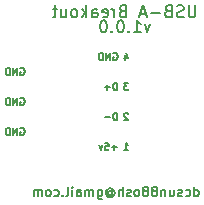
<source format=gbr>
G04 #@! TF.FileFunction,Legend,Bot*
%FSLAX46Y46*%
G04 Gerber Fmt 4.6, Leading zero omitted, Abs format (unit mm)*
G04 Created by KiCad (PCBNEW 4.0.7) date Sun May  6 21:07:47 2018*
%MOMM*%
%LPD*%
G01*
G04 APERTURE LIST*
%ADD10C,0.100000*%
%ADD11C,0.127000*%
%ADD12C,0.150000*%
%ADD13C,1.244600*%
%ADD14C,3.276600*%
%ADD15C,4.701600*%
%ADD16C,1.752600*%
%ADD17C,1.625600*%
G04 APERTURE END LIST*
D10*
D11*
X141589143Y-105452857D02*
X141132000Y-105452857D01*
X141360571Y-105681429D02*
X141360571Y-105224286D01*
X140560572Y-105081429D02*
X140846286Y-105081429D01*
X140874857Y-105367143D01*
X140846286Y-105338571D01*
X140789143Y-105310000D01*
X140646286Y-105310000D01*
X140589143Y-105338571D01*
X140560572Y-105367143D01*
X140532000Y-105424286D01*
X140532000Y-105567143D01*
X140560572Y-105624286D01*
X140589143Y-105652857D01*
X140646286Y-105681429D01*
X140789143Y-105681429D01*
X140846286Y-105652857D01*
X140874857Y-105624286D01*
X140332000Y-105281429D02*
X140189143Y-105681429D01*
X140046285Y-105281429D01*
X142163857Y-105681429D02*
X142506714Y-105681429D01*
X142335286Y-105681429D02*
X142335286Y-105081429D01*
X142392429Y-105167143D01*
X142449571Y-105224286D01*
X142506714Y-105252857D01*
X141274857Y-97490000D02*
X141332000Y-97461429D01*
X141417714Y-97461429D01*
X141503429Y-97490000D01*
X141560571Y-97547143D01*
X141589143Y-97604286D01*
X141617714Y-97718571D01*
X141617714Y-97804286D01*
X141589143Y-97918571D01*
X141560571Y-97975714D01*
X141503429Y-98032857D01*
X141417714Y-98061429D01*
X141360571Y-98061429D01*
X141274857Y-98032857D01*
X141246286Y-98004286D01*
X141246286Y-97804286D01*
X141360571Y-97804286D01*
X140989143Y-98061429D02*
X140989143Y-97461429D01*
X140646286Y-98061429D01*
X140646286Y-97461429D01*
X140360572Y-98061429D02*
X140360572Y-97461429D01*
X140217715Y-97461429D01*
X140132000Y-97490000D01*
X140074858Y-97547143D01*
X140046286Y-97604286D01*
X140017715Y-97718571D01*
X140017715Y-97804286D01*
X140046286Y-97918571D01*
X140074858Y-97975714D01*
X140132000Y-98032857D01*
X140217715Y-98061429D01*
X140360572Y-98061429D01*
X141589143Y-100601429D02*
X141589143Y-100001429D01*
X141446286Y-100001429D01*
X141360571Y-100030000D01*
X141303429Y-100087143D01*
X141274857Y-100144286D01*
X141246286Y-100258571D01*
X141246286Y-100344286D01*
X141274857Y-100458571D01*
X141303429Y-100515714D01*
X141360571Y-100572857D01*
X141446286Y-100601429D01*
X141589143Y-100601429D01*
X140989143Y-100372857D02*
X140532000Y-100372857D01*
X140760571Y-100601429D02*
X140760571Y-100144286D01*
X141589143Y-103141429D02*
X141589143Y-102541429D01*
X141446286Y-102541429D01*
X141360571Y-102570000D01*
X141303429Y-102627143D01*
X141274857Y-102684286D01*
X141246286Y-102798571D01*
X141246286Y-102884286D01*
X141274857Y-102998571D01*
X141303429Y-103055714D01*
X141360571Y-103112857D01*
X141446286Y-103141429D01*
X141589143Y-103141429D01*
X140989143Y-102912857D02*
X140532000Y-102912857D01*
X142506714Y-102598571D02*
X142478143Y-102570000D01*
X142421000Y-102541429D01*
X142278143Y-102541429D01*
X142221000Y-102570000D01*
X142192429Y-102598571D01*
X142163857Y-102655714D01*
X142163857Y-102712857D01*
X142192429Y-102798571D01*
X142535286Y-103141429D01*
X142163857Y-103141429D01*
X142535286Y-100001429D02*
X142163857Y-100001429D01*
X142363857Y-100230000D01*
X142278143Y-100230000D01*
X142221000Y-100258571D01*
X142192429Y-100287143D01*
X142163857Y-100344286D01*
X142163857Y-100487143D01*
X142192429Y-100544286D01*
X142221000Y-100572857D01*
X142278143Y-100601429D01*
X142449571Y-100601429D01*
X142506714Y-100572857D01*
X142535286Y-100544286D01*
X142221000Y-97661429D02*
X142221000Y-98061429D01*
X142363857Y-97432857D02*
X142506714Y-97861429D01*
X142135286Y-97861429D01*
X133400857Y-98760000D02*
X133458000Y-98731429D01*
X133543714Y-98731429D01*
X133629429Y-98760000D01*
X133686571Y-98817143D01*
X133715143Y-98874286D01*
X133743714Y-98988571D01*
X133743714Y-99074286D01*
X133715143Y-99188571D01*
X133686571Y-99245714D01*
X133629429Y-99302857D01*
X133543714Y-99331429D01*
X133486571Y-99331429D01*
X133400857Y-99302857D01*
X133372286Y-99274286D01*
X133372286Y-99074286D01*
X133486571Y-99074286D01*
X133115143Y-99331429D02*
X133115143Y-98731429D01*
X132772286Y-99331429D01*
X132772286Y-98731429D01*
X132486572Y-99331429D02*
X132486572Y-98731429D01*
X132343715Y-98731429D01*
X132258000Y-98760000D01*
X132200858Y-98817143D01*
X132172286Y-98874286D01*
X132143715Y-98988571D01*
X132143715Y-99074286D01*
X132172286Y-99188571D01*
X132200858Y-99245714D01*
X132258000Y-99302857D01*
X132343715Y-99331429D01*
X132486572Y-99331429D01*
X133400857Y-101300000D02*
X133458000Y-101271429D01*
X133543714Y-101271429D01*
X133629429Y-101300000D01*
X133686571Y-101357143D01*
X133715143Y-101414286D01*
X133743714Y-101528571D01*
X133743714Y-101614286D01*
X133715143Y-101728571D01*
X133686571Y-101785714D01*
X133629429Y-101842857D01*
X133543714Y-101871429D01*
X133486571Y-101871429D01*
X133400857Y-101842857D01*
X133372286Y-101814286D01*
X133372286Y-101614286D01*
X133486571Y-101614286D01*
X133115143Y-101871429D02*
X133115143Y-101271429D01*
X132772286Y-101871429D01*
X132772286Y-101271429D01*
X132486572Y-101871429D02*
X132486572Y-101271429D01*
X132343715Y-101271429D01*
X132258000Y-101300000D01*
X132200858Y-101357143D01*
X132172286Y-101414286D01*
X132143715Y-101528571D01*
X132143715Y-101614286D01*
X132172286Y-101728571D01*
X132200858Y-101785714D01*
X132258000Y-101842857D01*
X132343715Y-101871429D01*
X132486572Y-101871429D01*
X133400857Y-103840000D02*
X133458000Y-103811429D01*
X133543714Y-103811429D01*
X133629429Y-103840000D01*
X133686571Y-103897143D01*
X133715143Y-103954286D01*
X133743714Y-104068571D01*
X133743714Y-104154286D01*
X133715143Y-104268571D01*
X133686571Y-104325714D01*
X133629429Y-104382857D01*
X133543714Y-104411429D01*
X133486571Y-104411429D01*
X133400857Y-104382857D01*
X133372286Y-104354286D01*
X133372286Y-104154286D01*
X133486571Y-104154286D01*
X133115143Y-104411429D02*
X133115143Y-103811429D01*
X132772286Y-104411429D01*
X132772286Y-103811429D01*
X132486572Y-104411429D02*
X132486572Y-103811429D01*
X132343715Y-103811429D01*
X132258000Y-103840000D01*
X132200858Y-103897143D01*
X132172286Y-103954286D01*
X132143715Y-104068571D01*
X132143715Y-104154286D01*
X132172286Y-104268571D01*
X132200858Y-104325714D01*
X132258000Y-104382857D01*
X132343715Y-104411429D01*
X132486572Y-104411429D01*
D12*
X148216191Y-93432381D02*
X148216191Y-94241905D01*
X148168572Y-94337143D01*
X148120953Y-94384762D01*
X148025715Y-94432381D01*
X147835238Y-94432381D01*
X147740000Y-94384762D01*
X147692381Y-94337143D01*
X147644762Y-94241905D01*
X147644762Y-93432381D01*
X147216191Y-94384762D02*
X147073334Y-94432381D01*
X146835238Y-94432381D01*
X146740000Y-94384762D01*
X146692381Y-94337143D01*
X146644762Y-94241905D01*
X146644762Y-94146667D01*
X146692381Y-94051429D01*
X146740000Y-94003810D01*
X146835238Y-93956190D01*
X147025715Y-93908571D01*
X147120953Y-93860952D01*
X147168572Y-93813333D01*
X147216191Y-93718095D01*
X147216191Y-93622857D01*
X147168572Y-93527619D01*
X147120953Y-93480000D01*
X147025715Y-93432381D01*
X146787619Y-93432381D01*
X146644762Y-93480000D01*
X145882857Y-93908571D02*
X145740000Y-93956190D01*
X145692381Y-94003810D01*
X145644762Y-94099048D01*
X145644762Y-94241905D01*
X145692381Y-94337143D01*
X145740000Y-94384762D01*
X145835238Y-94432381D01*
X146216191Y-94432381D01*
X146216191Y-93432381D01*
X145882857Y-93432381D01*
X145787619Y-93480000D01*
X145740000Y-93527619D01*
X145692381Y-93622857D01*
X145692381Y-93718095D01*
X145740000Y-93813333D01*
X145787619Y-93860952D01*
X145882857Y-93908571D01*
X146216191Y-93908571D01*
X145216191Y-94051429D02*
X144454286Y-94051429D01*
X144025715Y-94146667D02*
X143549524Y-94146667D01*
X144120953Y-94432381D02*
X143787620Y-93432381D01*
X143454286Y-94432381D01*
X142025714Y-93908571D02*
X141882857Y-93956190D01*
X141835238Y-94003810D01*
X141787619Y-94099048D01*
X141787619Y-94241905D01*
X141835238Y-94337143D01*
X141882857Y-94384762D01*
X141978095Y-94432381D01*
X142359048Y-94432381D01*
X142359048Y-93432381D01*
X142025714Y-93432381D01*
X141930476Y-93480000D01*
X141882857Y-93527619D01*
X141835238Y-93622857D01*
X141835238Y-93718095D01*
X141882857Y-93813333D01*
X141930476Y-93860952D01*
X142025714Y-93908571D01*
X142359048Y-93908571D01*
X141359048Y-94432381D02*
X141359048Y-93765714D01*
X141359048Y-93956190D02*
X141311429Y-93860952D01*
X141263810Y-93813333D01*
X141168572Y-93765714D01*
X141073333Y-93765714D01*
X140359047Y-94384762D02*
X140454285Y-94432381D01*
X140644762Y-94432381D01*
X140740000Y-94384762D01*
X140787619Y-94289524D01*
X140787619Y-93908571D01*
X140740000Y-93813333D01*
X140644762Y-93765714D01*
X140454285Y-93765714D01*
X140359047Y-93813333D01*
X140311428Y-93908571D01*
X140311428Y-94003810D01*
X140787619Y-94099048D01*
X139454285Y-94432381D02*
X139454285Y-93908571D01*
X139501904Y-93813333D01*
X139597142Y-93765714D01*
X139787619Y-93765714D01*
X139882857Y-93813333D01*
X139454285Y-94384762D02*
X139549523Y-94432381D01*
X139787619Y-94432381D01*
X139882857Y-94384762D01*
X139930476Y-94289524D01*
X139930476Y-94194286D01*
X139882857Y-94099048D01*
X139787619Y-94051429D01*
X139549523Y-94051429D01*
X139454285Y-94003810D01*
X138978095Y-94432381D02*
X138978095Y-93432381D01*
X138882857Y-94051429D02*
X138597142Y-94432381D01*
X138597142Y-93765714D02*
X138978095Y-94146667D01*
X138025714Y-94432381D02*
X138120952Y-94384762D01*
X138168571Y-94337143D01*
X138216190Y-94241905D01*
X138216190Y-93956190D01*
X138168571Y-93860952D01*
X138120952Y-93813333D01*
X138025714Y-93765714D01*
X137882856Y-93765714D01*
X137787618Y-93813333D01*
X137739999Y-93860952D01*
X137692380Y-93956190D01*
X137692380Y-94241905D01*
X137739999Y-94337143D01*
X137787618Y-94384762D01*
X137882856Y-94432381D01*
X138025714Y-94432381D01*
X136835237Y-93765714D02*
X136835237Y-94432381D01*
X137263809Y-93765714D02*
X137263809Y-94289524D01*
X137216190Y-94384762D01*
X137120952Y-94432381D01*
X136978094Y-94432381D01*
X136882856Y-94384762D01*
X136835237Y-94337143D01*
X136501904Y-93765714D02*
X136120952Y-93765714D01*
X136359047Y-93432381D02*
X136359047Y-94289524D01*
X136311428Y-94384762D01*
X136216190Y-94432381D01*
X136120952Y-94432381D01*
X144382857Y-95035714D02*
X144144762Y-95702381D01*
X143906666Y-95035714D01*
X143001904Y-95702381D02*
X143573333Y-95702381D01*
X143287619Y-95702381D02*
X143287619Y-94702381D01*
X143382857Y-94845238D01*
X143478095Y-94940476D01*
X143573333Y-94988095D01*
X142573333Y-95607143D02*
X142525714Y-95654762D01*
X142573333Y-95702381D01*
X142620952Y-95654762D01*
X142573333Y-95607143D01*
X142573333Y-95702381D01*
X141906667Y-94702381D02*
X141811428Y-94702381D01*
X141716190Y-94750000D01*
X141668571Y-94797619D01*
X141620952Y-94892857D01*
X141573333Y-95083333D01*
X141573333Y-95321429D01*
X141620952Y-95511905D01*
X141668571Y-95607143D01*
X141716190Y-95654762D01*
X141811428Y-95702381D01*
X141906667Y-95702381D01*
X142001905Y-95654762D01*
X142049524Y-95607143D01*
X142097143Y-95511905D01*
X142144762Y-95321429D01*
X142144762Y-95083333D01*
X142097143Y-94892857D01*
X142049524Y-94797619D01*
X142001905Y-94750000D01*
X141906667Y-94702381D01*
X141144762Y-95607143D02*
X141097143Y-95654762D01*
X141144762Y-95702381D01*
X141192381Y-95654762D01*
X141144762Y-95607143D01*
X141144762Y-95702381D01*
X140478096Y-94702381D02*
X140382857Y-94702381D01*
X140287619Y-94750000D01*
X140240000Y-94797619D01*
X140192381Y-94892857D01*
X140144762Y-95083333D01*
X140144762Y-95321429D01*
X140192381Y-95511905D01*
X140240000Y-95607143D01*
X140287619Y-95654762D01*
X140382857Y-95702381D01*
X140478096Y-95702381D01*
X140573334Y-95654762D01*
X140620953Y-95607143D01*
X140668572Y-95511905D01*
X140716191Y-95321429D01*
X140716191Y-95083333D01*
X140668572Y-94892857D01*
X140620953Y-94797619D01*
X140573334Y-94750000D01*
X140478096Y-94702381D01*
X148106573Y-109581905D02*
X148106573Y-108781905D01*
X148106573Y-109543810D02*
X148182763Y-109581905D01*
X148335144Y-109581905D01*
X148411335Y-109543810D01*
X148449430Y-109505714D01*
X148487525Y-109429524D01*
X148487525Y-109200952D01*
X148449430Y-109124762D01*
X148411335Y-109086667D01*
X148335144Y-109048571D01*
X148182763Y-109048571D01*
X148106573Y-109086667D01*
X147382763Y-109543810D02*
X147458953Y-109581905D01*
X147611334Y-109581905D01*
X147687525Y-109543810D01*
X147725620Y-109505714D01*
X147763715Y-109429524D01*
X147763715Y-109200952D01*
X147725620Y-109124762D01*
X147687525Y-109086667D01*
X147611334Y-109048571D01*
X147458953Y-109048571D01*
X147382763Y-109086667D01*
X147078001Y-109543810D02*
X147001811Y-109581905D01*
X146849430Y-109581905D01*
X146773239Y-109543810D01*
X146735144Y-109467619D01*
X146735144Y-109429524D01*
X146773239Y-109353333D01*
X146849430Y-109315238D01*
X146963715Y-109315238D01*
X147039906Y-109277143D01*
X147078001Y-109200952D01*
X147078001Y-109162857D01*
X147039906Y-109086667D01*
X146963715Y-109048571D01*
X146849430Y-109048571D01*
X146773239Y-109086667D01*
X146049430Y-109048571D02*
X146049430Y-109581905D01*
X146392287Y-109048571D02*
X146392287Y-109467619D01*
X146354192Y-109543810D01*
X146278001Y-109581905D01*
X146163715Y-109581905D01*
X146087525Y-109543810D01*
X146049430Y-109505714D01*
X145668477Y-109048571D02*
X145668477Y-109581905D01*
X145668477Y-109124762D02*
X145630382Y-109086667D01*
X145554191Y-109048571D01*
X145439905Y-109048571D01*
X145363715Y-109086667D01*
X145325620Y-109162857D01*
X145325620Y-109581905D01*
X144830381Y-109124762D02*
X144906572Y-109086667D01*
X144944667Y-109048571D01*
X144982762Y-108972381D01*
X144982762Y-108934286D01*
X144944667Y-108858095D01*
X144906572Y-108820000D01*
X144830381Y-108781905D01*
X144678000Y-108781905D01*
X144601810Y-108820000D01*
X144563714Y-108858095D01*
X144525619Y-108934286D01*
X144525619Y-108972381D01*
X144563714Y-109048571D01*
X144601810Y-109086667D01*
X144678000Y-109124762D01*
X144830381Y-109124762D01*
X144906572Y-109162857D01*
X144944667Y-109200952D01*
X144982762Y-109277143D01*
X144982762Y-109429524D01*
X144944667Y-109505714D01*
X144906572Y-109543810D01*
X144830381Y-109581905D01*
X144678000Y-109581905D01*
X144601810Y-109543810D01*
X144563714Y-109505714D01*
X144525619Y-109429524D01*
X144525619Y-109277143D01*
X144563714Y-109200952D01*
X144601810Y-109162857D01*
X144678000Y-109124762D01*
X144068476Y-109124762D02*
X144144667Y-109086667D01*
X144182762Y-109048571D01*
X144220857Y-108972381D01*
X144220857Y-108934286D01*
X144182762Y-108858095D01*
X144144667Y-108820000D01*
X144068476Y-108781905D01*
X143916095Y-108781905D01*
X143839905Y-108820000D01*
X143801809Y-108858095D01*
X143763714Y-108934286D01*
X143763714Y-108972381D01*
X143801809Y-109048571D01*
X143839905Y-109086667D01*
X143916095Y-109124762D01*
X144068476Y-109124762D01*
X144144667Y-109162857D01*
X144182762Y-109200952D01*
X144220857Y-109277143D01*
X144220857Y-109429524D01*
X144182762Y-109505714D01*
X144144667Y-109543810D01*
X144068476Y-109581905D01*
X143916095Y-109581905D01*
X143839905Y-109543810D01*
X143801809Y-109505714D01*
X143763714Y-109429524D01*
X143763714Y-109277143D01*
X143801809Y-109200952D01*
X143839905Y-109162857D01*
X143916095Y-109124762D01*
X143306571Y-109581905D02*
X143382762Y-109543810D01*
X143420857Y-109505714D01*
X143458952Y-109429524D01*
X143458952Y-109200952D01*
X143420857Y-109124762D01*
X143382762Y-109086667D01*
X143306571Y-109048571D01*
X143192285Y-109048571D01*
X143116095Y-109086667D01*
X143078000Y-109124762D01*
X143039904Y-109200952D01*
X143039904Y-109429524D01*
X143078000Y-109505714D01*
X143116095Y-109543810D01*
X143192285Y-109581905D01*
X143306571Y-109581905D01*
X142735142Y-109543810D02*
X142658952Y-109581905D01*
X142506571Y-109581905D01*
X142430380Y-109543810D01*
X142392285Y-109467619D01*
X142392285Y-109429524D01*
X142430380Y-109353333D01*
X142506571Y-109315238D01*
X142620856Y-109315238D01*
X142697047Y-109277143D01*
X142735142Y-109200952D01*
X142735142Y-109162857D01*
X142697047Y-109086667D01*
X142620856Y-109048571D01*
X142506571Y-109048571D01*
X142430380Y-109086667D01*
X142049428Y-109581905D02*
X142049428Y-108781905D01*
X141706571Y-109581905D02*
X141706571Y-109162857D01*
X141744666Y-109086667D01*
X141820856Y-109048571D01*
X141935142Y-109048571D01*
X142011333Y-109086667D01*
X142049428Y-109124762D01*
X140830380Y-109200952D02*
X140868475Y-109162857D01*
X140944665Y-109124762D01*
X141020856Y-109124762D01*
X141097046Y-109162857D01*
X141135142Y-109200952D01*
X141173237Y-109277143D01*
X141173237Y-109353333D01*
X141135142Y-109429524D01*
X141097046Y-109467619D01*
X141020856Y-109505714D01*
X140944665Y-109505714D01*
X140868475Y-109467619D01*
X140830380Y-109429524D01*
X140830380Y-109124762D02*
X140830380Y-109429524D01*
X140792284Y-109467619D01*
X140754189Y-109467619D01*
X140677999Y-109429524D01*
X140639904Y-109353333D01*
X140639904Y-109162857D01*
X140716094Y-109048571D01*
X140830380Y-108972381D01*
X140982761Y-108934286D01*
X141135142Y-108972381D01*
X141249427Y-109048571D01*
X141325618Y-109162857D01*
X141363713Y-109315238D01*
X141325618Y-109467619D01*
X141249427Y-109581905D01*
X141135142Y-109658095D01*
X140982761Y-109696190D01*
X140830380Y-109658095D01*
X140716094Y-109581905D01*
X139954190Y-109048571D02*
X139954190Y-109696190D01*
X139992285Y-109772381D01*
X140030380Y-109810476D01*
X140106571Y-109848571D01*
X140220856Y-109848571D01*
X140297047Y-109810476D01*
X139954190Y-109543810D02*
X140030380Y-109581905D01*
X140182761Y-109581905D01*
X140258952Y-109543810D01*
X140297047Y-109505714D01*
X140335142Y-109429524D01*
X140335142Y-109200952D01*
X140297047Y-109124762D01*
X140258952Y-109086667D01*
X140182761Y-109048571D01*
X140030380Y-109048571D01*
X139954190Y-109086667D01*
X139573237Y-109581905D02*
X139573237Y-109048571D01*
X139573237Y-109124762D02*
X139535142Y-109086667D01*
X139458951Y-109048571D01*
X139344665Y-109048571D01*
X139268475Y-109086667D01*
X139230380Y-109162857D01*
X139230380Y-109581905D01*
X139230380Y-109162857D02*
X139192284Y-109086667D01*
X139116094Y-109048571D01*
X139001808Y-109048571D01*
X138925618Y-109086667D01*
X138887523Y-109162857D01*
X138887523Y-109581905D01*
X138163713Y-109581905D02*
X138163713Y-109162857D01*
X138201808Y-109086667D01*
X138277998Y-109048571D01*
X138430379Y-109048571D01*
X138506570Y-109086667D01*
X138163713Y-109543810D02*
X138239903Y-109581905D01*
X138430379Y-109581905D01*
X138506570Y-109543810D01*
X138544665Y-109467619D01*
X138544665Y-109391429D01*
X138506570Y-109315238D01*
X138430379Y-109277143D01*
X138239903Y-109277143D01*
X138163713Y-109239048D01*
X137782760Y-109581905D02*
X137782760Y-109048571D01*
X137782760Y-108781905D02*
X137820855Y-108820000D01*
X137782760Y-108858095D01*
X137744665Y-108820000D01*
X137782760Y-108781905D01*
X137782760Y-108858095D01*
X137287522Y-109581905D02*
X137363713Y-109543810D01*
X137401808Y-109467619D01*
X137401808Y-108781905D01*
X136982760Y-109505714D02*
X136944665Y-109543810D01*
X136982760Y-109581905D01*
X137020855Y-109543810D01*
X136982760Y-109505714D01*
X136982760Y-109581905D01*
X136258951Y-109543810D02*
X136335141Y-109581905D01*
X136487522Y-109581905D01*
X136563713Y-109543810D01*
X136601808Y-109505714D01*
X136639903Y-109429524D01*
X136639903Y-109200952D01*
X136601808Y-109124762D01*
X136563713Y-109086667D01*
X136487522Y-109048571D01*
X136335141Y-109048571D01*
X136258951Y-109086667D01*
X135801808Y-109581905D02*
X135877999Y-109543810D01*
X135916094Y-109505714D01*
X135954189Y-109429524D01*
X135954189Y-109200952D01*
X135916094Y-109124762D01*
X135877999Y-109086667D01*
X135801808Y-109048571D01*
X135687522Y-109048571D01*
X135611332Y-109086667D01*
X135573237Y-109124762D01*
X135535141Y-109200952D01*
X135535141Y-109429524D01*
X135573237Y-109505714D01*
X135611332Y-109543810D01*
X135687522Y-109581905D01*
X135801808Y-109581905D01*
X135192284Y-109581905D02*
X135192284Y-109048571D01*
X135192284Y-109124762D02*
X135154189Y-109086667D01*
X135077998Y-109048571D01*
X134963712Y-109048571D01*
X134887522Y-109086667D01*
X134849427Y-109162857D01*
X134849427Y-109581905D01*
X134849427Y-109162857D02*
X134811331Y-109086667D01*
X134735141Y-109048571D01*
X134620855Y-109048571D01*
X134544665Y-109086667D01*
X134506570Y-109162857D01*
X134506570Y-109581905D01*
%LPC*%
D13*
X134620000Y-104140000D03*
X134620000Y-99060000D03*
X134620000Y-101600000D03*
D14*
X132080000Y-107950000D03*
X132080000Y-95250000D03*
D13*
X129540000Y-101600000D03*
D15*
X151080000Y-108170000D03*
X151080000Y-95030000D03*
D16*
X148750000Y-105100000D03*
X148750000Y-102600000D03*
X148750000Y-100600000D03*
X148750000Y-98100000D03*
D17*
X143510000Y-105410000D03*
X143510000Y-102870000D03*
X143510000Y-100330000D03*
X143510000Y-97790000D03*
X139700000Y-101600000D03*
M02*

</source>
